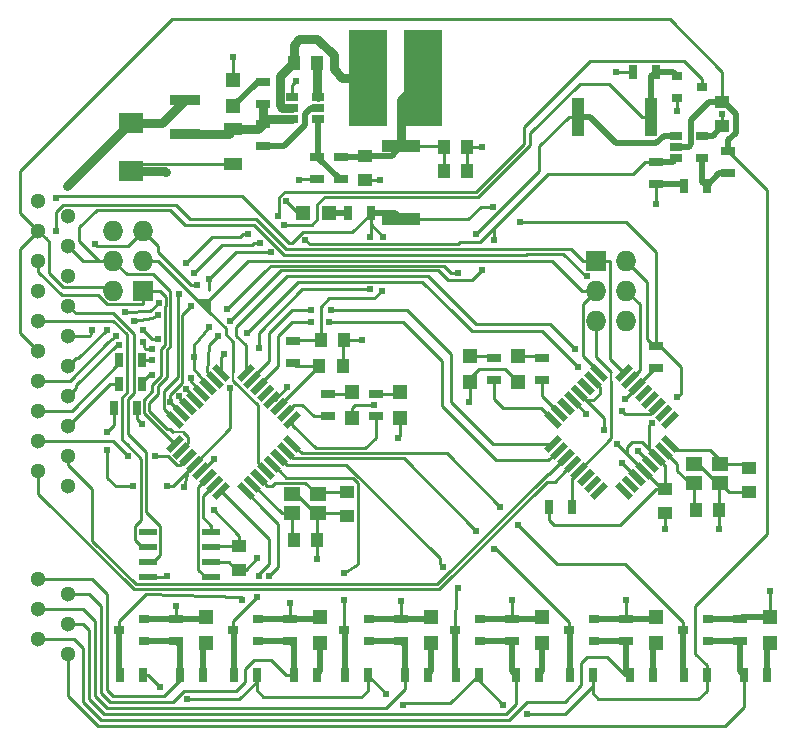
<source format=gtl>
G04 #@! TF.FileFunction,Copper,L1,Top,Signal*
%FSLAX46Y46*%
G04 Gerber Fmt 4.6, Leading zero omitted, Abs format (unit mm)*
G04 Created by KiCad (PCBNEW 4.0.7-e2-6376~58~ubuntu16.04.1) date Sat Mar 31 11:21:19 2018*
%MOMM*%
%LPD*%
G01*
G04 APERTURE LIST*
%ADD10C,0.100000*%
%ADD11R,1.000000X1.250000*%
%ADD12R,1.600000X1.000000*%
%ADD13R,1.250000X1.000000*%
%ADD14R,2.159000X1.778000*%
%ADD15R,1.200000X1.200000*%
%ADD16R,2.500000X0.900000*%
%ADD17C,1.300000*%
%ADD18R,3.300000X8.200000*%
%ADD19R,1.727200X1.727200*%
%ADD20O,1.727200X1.727200*%
%ADD21R,0.900000X0.800000*%
%ADD22R,1.300000X0.700000*%
%ADD23R,0.700000X1.300000*%
%ADD24R,1.000000X3.200000*%
%ADD25R,3.200000X1.000000*%
%ADD26R,1.060000X0.650000*%
%ADD27R,1.550000X0.600000*%
%ADD28R,1.400000X1.200000*%
%ADD29C,0.609600*%
%ADD30C,0.254000*%
%ADD31C,0.762000*%
%ADD32C,0.508000*%
%ADD33C,0.152400*%
G04 APERTURE END LIST*
D10*
G36*
X153596866Y-117660245D02*
X153207957Y-117271336D01*
X154339328Y-116139965D01*
X154728237Y-116528874D01*
X153596866Y-117660245D01*
X153596866Y-117660245D01*
G37*
G36*
X154162552Y-118225930D02*
X153773643Y-117837021D01*
X154905014Y-116705650D01*
X155293923Y-117094559D01*
X154162552Y-118225930D01*
X154162552Y-118225930D01*
G37*
G36*
X154728237Y-118791616D02*
X154339328Y-118402707D01*
X155470699Y-117271336D01*
X155859608Y-117660245D01*
X154728237Y-118791616D01*
X154728237Y-118791616D01*
G37*
G36*
X155293922Y-119357301D02*
X154905013Y-118968392D01*
X156036384Y-117837021D01*
X156425293Y-118225930D01*
X155293922Y-119357301D01*
X155293922Y-119357301D01*
G37*
G36*
X155859608Y-119922987D02*
X155470699Y-119534078D01*
X156602070Y-118402707D01*
X156990979Y-118791616D01*
X155859608Y-119922987D01*
X155859608Y-119922987D01*
G37*
G36*
X156425293Y-120488672D02*
X156036384Y-120099763D01*
X157167755Y-118968392D01*
X157556664Y-119357301D01*
X156425293Y-120488672D01*
X156425293Y-120488672D01*
G37*
G36*
X156990979Y-121054357D02*
X156602070Y-120665448D01*
X157733441Y-119534077D01*
X158122350Y-119922986D01*
X156990979Y-121054357D01*
X156990979Y-121054357D01*
G37*
G36*
X157556664Y-121620043D02*
X157167755Y-121231134D01*
X158299126Y-120099763D01*
X158688035Y-120488672D01*
X157556664Y-121620043D01*
X157556664Y-121620043D01*
G37*
G36*
X160738645Y-121231134D02*
X160349736Y-121620043D01*
X159218365Y-120488672D01*
X159607274Y-120099763D01*
X160738645Y-121231134D01*
X160738645Y-121231134D01*
G37*
G36*
X161304330Y-120665448D02*
X160915421Y-121054357D01*
X159784050Y-119922986D01*
X160172959Y-119534077D01*
X161304330Y-120665448D01*
X161304330Y-120665448D01*
G37*
G36*
X161870016Y-120099763D02*
X161481107Y-120488672D01*
X160349736Y-119357301D01*
X160738645Y-118968392D01*
X161870016Y-120099763D01*
X161870016Y-120099763D01*
G37*
G36*
X162435701Y-119534078D02*
X162046792Y-119922987D01*
X160915421Y-118791616D01*
X161304330Y-118402707D01*
X162435701Y-119534078D01*
X162435701Y-119534078D01*
G37*
G36*
X163001387Y-118968392D02*
X162612478Y-119357301D01*
X161481107Y-118225930D01*
X161870016Y-117837021D01*
X163001387Y-118968392D01*
X163001387Y-118968392D01*
G37*
G36*
X163567072Y-118402707D02*
X163178163Y-118791616D01*
X162046792Y-117660245D01*
X162435701Y-117271336D01*
X163567072Y-118402707D01*
X163567072Y-118402707D01*
G37*
G36*
X164132757Y-117837021D02*
X163743848Y-118225930D01*
X162612477Y-117094559D01*
X163001386Y-116705650D01*
X164132757Y-117837021D01*
X164132757Y-117837021D01*
G37*
G36*
X164698443Y-117271336D02*
X164309534Y-117660245D01*
X163178163Y-116528874D01*
X163567072Y-116139965D01*
X164698443Y-117271336D01*
X164698443Y-117271336D01*
G37*
G36*
X163567072Y-115609635D02*
X163178163Y-115220726D01*
X164309534Y-114089355D01*
X164698443Y-114478264D01*
X163567072Y-115609635D01*
X163567072Y-115609635D01*
G37*
G36*
X163001386Y-115043950D02*
X162612477Y-114655041D01*
X163743848Y-113523670D01*
X164132757Y-113912579D01*
X163001386Y-115043950D01*
X163001386Y-115043950D01*
G37*
G36*
X162435701Y-114478264D02*
X162046792Y-114089355D01*
X163178163Y-112957984D01*
X163567072Y-113346893D01*
X162435701Y-114478264D01*
X162435701Y-114478264D01*
G37*
G36*
X161870016Y-113912579D02*
X161481107Y-113523670D01*
X162612478Y-112392299D01*
X163001387Y-112781208D01*
X161870016Y-113912579D01*
X161870016Y-113912579D01*
G37*
G36*
X161304330Y-113346893D02*
X160915421Y-112957984D01*
X162046792Y-111826613D01*
X162435701Y-112215522D01*
X161304330Y-113346893D01*
X161304330Y-113346893D01*
G37*
G36*
X160738645Y-112781208D02*
X160349736Y-112392299D01*
X161481107Y-111260928D01*
X161870016Y-111649837D01*
X160738645Y-112781208D01*
X160738645Y-112781208D01*
G37*
G36*
X160172959Y-112215523D02*
X159784050Y-111826614D01*
X160915421Y-110695243D01*
X161304330Y-111084152D01*
X160172959Y-112215523D01*
X160172959Y-112215523D01*
G37*
G36*
X159607274Y-111649837D02*
X159218365Y-111260928D01*
X160349736Y-110129557D01*
X160738645Y-110518466D01*
X159607274Y-111649837D01*
X159607274Y-111649837D01*
G37*
G36*
X158688035Y-111260928D02*
X158299126Y-111649837D01*
X157167755Y-110518466D01*
X157556664Y-110129557D01*
X158688035Y-111260928D01*
X158688035Y-111260928D01*
G37*
G36*
X158122350Y-111826614D02*
X157733441Y-112215523D01*
X156602070Y-111084152D01*
X156990979Y-110695243D01*
X158122350Y-111826614D01*
X158122350Y-111826614D01*
G37*
G36*
X157556664Y-112392299D02*
X157167755Y-112781208D01*
X156036384Y-111649837D01*
X156425293Y-111260928D01*
X157556664Y-112392299D01*
X157556664Y-112392299D01*
G37*
G36*
X156990979Y-112957984D02*
X156602070Y-113346893D01*
X155470699Y-112215522D01*
X155859608Y-111826613D01*
X156990979Y-112957984D01*
X156990979Y-112957984D01*
G37*
G36*
X156425293Y-113523670D02*
X156036384Y-113912579D01*
X154905013Y-112781208D01*
X155293922Y-112392299D01*
X156425293Y-113523670D01*
X156425293Y-113523670D01*
G37*
G36*
X155859608Y-114089355D02*
X155470699Y-114478264D01*
X154339328Y-113346893D01*
X154728237Y-112957984D01*
X155859608Y-114089355D01*
X155859608Y-114089355D01*
G37*
G36*
X155293923Y-114655041D02*
X154905014Y-115043950D01*
X153773643Y-113912579D01*
X154162552Y-113523670D01*
X155293923Y-114655041D01*
X155293923Y-114655041D01*
G37*
G36*
X154728237Y-115220726D02*
X154339328Y-115609635D01*
X153207957Y-114478264D01*
X153596866Y-114089355D01*
X154728237Y-115220726D01*
X154728237Y-115220726D01*
G37*
D11*
X166335200Y-108127800D03*
X168335200Y-108127800D03*
X166208200Y-110286800D03*
X168208200Y-110286800D03*
D12*
X158953200Y-90244800D03*
X158953200Y-93244800D03*
D13*
X168605200Y-120970800D03*
X168605200Y-122970800D03*
D11*
X164049200Y-125018800D03*
X166049200Y-125018800D03*
X166049200Y-84632800D03*
X164049200Y-84632800D03*
D13*
X195529200Y-120716800D03*
X195529200Y-122716800D03*
X170129200Y-92522800D03*
X170129200Y-94522800D03*
X202641200Y-118938800D03*
X202641200Y-120938800D03*
X159461200Y-125542800D03*
X159461200Y-127542800D03*
D11*
X198085200Y-122478800D03*
X200085200Y-122478800D03*
D14*
X150317200Y-93776800D03*
X150317200Y-89712800D03*
D15*
X158953200Y-88272800D03*
X158953200Y-86072800D03*
X167081200Y-97332800D03*
X164881200Y-97332800D03*
X156667200Y-133738800D03*
X156667200Y-131538800D03*
X204419200Y-133738800D03*
X204419200Y-131538800D03*
X175717200Y-133738800D03*
X175717200Y-131538800D03*
X185115200Y-133738800D03*
X185115200Y-131538800D03*
X166319200Y-133738800D03*
X166319200Y-131538800D03*
X194767200Y-133738800D03*
X194767200Y-131538800D03*
X183083200Y-109440800D03*
X183083200Y-111640800D03*
X179019200Y-109440800D03*
X179019200Y-111640800D03*
X168986200Y-112488800D03*
X168986200Y-114688800D03*
X173050200Y-112488800D03*
X173050200Y-114688800D03*
D16*
X154889200Y-87754800D03*
X154889200Y-90654800D03*
D17*
X142443200Y-133400800D03*
X142443200Y-130860800D03*
X142443200Y-128320800D03*
X144983200Y-129590800D03*
X144983200Y-132130800D03*
X144983200Y-134670800D03*
X142443200Y-101396800D03*
X142443200Y-98856800D03*
X142443200Y-96316800D03*
X142443200Y-103936800D03*
X144983200Y-97586800D03*
X144983200Y-100126800D03*
X144983200Y-102666800D03*
X144983200Y-105206800D03*
X142443200Y-106476800D03*
X144983200Y-107746800D03*
X142443200Y-109016800D03*
X144983200Y-110286800D03*
X142443200Y-111556800D03*
X144983200Y-112826800D03*
X142443200Y-114096800D03*
X144983200Y-115366800D03*
X142443200Y-116636800D03*
X144983200Y-117906800D03*
X142443200Y-119176800D03*
X144983200Y-120446800D03*
D18*
X170319200Y-85902800D03*
X175019200Y-85902800D03*
D19*
X151333200Y-103936800D03*
D20*
X148793200Y-103936800D03*
X151333200Y-101396800D03*
X148793200Y-101396800D03*
X151333200Y-98856800D03*
X148793200Y-98856800D03*
D19*
X189687200Y-101396800D03*
D20*
X192227200Y-101396800D03*
X189687200Y-103936800D03*
X192227200Y-103936800D03*
X189687200Y-106476800D03*
X192227200Y-106476800D03*
D21*
X196511200Y-85714800D03*
X196511200Y-87614800D03*
X198611200Y-86664800D03*
X151367200Y-133588800D03*
X151367200Y-131688800D03*
X149267200Y-132638800D03*
X199119200Y-133588800D03*
X199119200Y-131688800D03*
X197019200Y-132638800D03*
X170417200Y-133588800D03*
X170417200Y-131688800D03*
X168317200Y-132638800D03*
X179815200Y-133588800D03*
X179815200Y-131688800D03*
X177715200Y-132638800D03*
X161019200Y-133588800D03*
X161019200Y-131688800D03*
X158919200Y-132638800D03*
X189467200Y-133588800D03*
X189467200Y-131688800D03*
X187367200Y-132638800D03*
D22*
X164033200Y-108193800D03*
X164033200Y-110093800D03*
X161493200Y-88122800D03*
X161493200Y-86222800D03*
X194701200Y-94914800D03*
X194701200Y-93014800D03*
X161493200Y-89778800D03*
X161493200Y-91678800D03*
D23*
X148859200Y-113842800D03*
X150759200Y-113842800D03*
D22*
X166065200Y-92572800D03*
X166065200Y-94472800D03*
X168097200Y-94472800D03*
X168097200Y-92572800D03*
D24*
X194311200Y-89204800D03*
X188111200Y-89204800D03*
D23*
X194701200Y-85394800D03*
X192801200Y-85394800D03*
D22*
X200863200Y-93964800D03*
X200863200Y-92064800D03*
D25*
X173177200Y-97892800D03*
X173177200Y-91692800D03*
D23*
X197119200Y-95046800D03*
X199019200Y-95046800D03*
X170571200Y-97332800D03*
X168671200Y-97332800D03*
X154447200Y-136448800D03*
X156347200Y-136448800D03*
X202199200Y-136448800D03*
X204099200Y-136448800D03*
D22*
X154127200Y-133588800D03*
X154127200Y-131688800D03*
X201879200Y-133588800D03*
X201879200Y-131688800D03*
D23*
X151267200Y-136448800D03*
X149367200Y-136448800D03*
X199019200Y-136448800D03*
X197119200Y-136448800D03*
X173497200Y-136448800D03*
X175397200Y-136448800D03*
X182895200Y-136448800D03*
X184795200Y-136448800D03*
D22*
X173177200Y-133588800D03*
X173177200Y-131688800D03*
X182575200Y-133588800D03*
X182575200Y-131688800D03*
D23*
X170317200Y-136448800D03*
X168417200Y-136448800D03*
X179715200Y-136448800D03*
X177815200Y-136448800D03*
X164099200Y-136448800D03*
X165999200Y-136448800D03*
X192547200Y-136448800D03*
X194447200Y-136448800D03*
D22*
X163779200Y-133588800D03*
X163779200Y-131688800D03*
X192227200Y-133588800D03*
X192227200Y-131688800D03*
D23*
X160919200Y-136448800D03*
X159019200Y-136448800D03*
X189367200Y-136448800D03*
X187467200Y-136448800D03*
D22*
X166954200Y-114538800D03*
X166954200Y-112638800D03*
X171018200Y-114538800D03*
X171018200Y-112638800D03*
X185115200Y-111490800D03*
X185115200Y-109590800D03*
X181051200Y-111490800D03*
X181051200Y-109590800D03*
D23*
X185689200Y-122224800D03*
X187589200Y-122224800D03*
D22*
X194767200Y-108574800D03*
X194767200Y-110474800D03*
D23*
X149301200Y-111810800D03*
X151201200Y-111810800D03*
X149301200Y-109778800D03*
X151201200Y-109778800D03*
D26*
X196461200Y-90794800D03*
X196461200Y-91744800D03*
X196461200Y-92694800D03*
X198661200Y-92694800D03*
X198661200Y-90794800D03*
X163949200Y-87492800D03*
X163949200Y-88442800D03*
X163949200Y-89392800D03*
X166149200Y-89392800D03*
X166149200Y-87492800D03*
X166149200Y-88442800D03*
D10*
G36*
X192742645Y-121231134D02*
X192353736Y-121620043D01*
X191222365Y-120488672D01*
X191611274Y-120099763D01*
X192742645Y-121231134D01*
X192742645Y-121231134D01*
G37*
G36*
X193308330Y-120665448D02*
X192919421Y-121054357D01*
X191788050Y-119922986D01*
X192176959Y-119534077D01*
X193308330Y-120665448D01*
X193308330Y-120665448D01*
G37*
G36*
X193874016Y-120099763D02*
X193485107Y-120488672D01*
X192353736Y-119357301D01*
X192742645Y-118968392D01*
X193874016Y-120099763D01*
X193874016Y-120099763D01*
G37*
G36*
X194439701Y-119534078D02*
X194050792Y-119922987D01*
X192919421Y-118791616D01*
X193308330Y-118402707D01*
X194439701Y-119534078D01*
X194439701Y-119534078D01*
G37*
G36*
X195005387Y-118968392D02*
X194616478Y-119357301D01*
X193485107Y-118225930D01*
X193874016Y-117837021D01*
X195005387Y-118968392D01*
X195005387Y-118968392D01*
G37*
G36*
X195571072Y-118402707D02*
X195182163Y-118791616D01*
X194050792Y-117660245D01*
X194439701Y-117271336D01*
X195571072Y-118402707D01*
X195571072Y-118402707D01*
G37*
G36*
X196136757Y-117837021D02*
X195747848Y-118225930D01*
X194616477Y-117094559D01*
X195005386Y-116705650D01*
X196136757Y-117837021D01*
X196136757Y-117837021D01*
G37*
G36*
X196702443Y-117271336D02*
X196313534Y-117660245D01*
X195182163Y-116528874D01*
X195571072Y-116139965D01*
X196702443Y-117271336D01*
X196702443Y-117271336D01*
G37*
G36*
X196313534Y-114089355D02*
X196702443Y-114478264D01*
X195571072Y-115609635D01*
X195182163Y-115220726D01*
X196313534Y-114089355D01*
X196313534Y-114089355D01*
G37*
G36*
X195747848Y-113523670D02*
X196136757Y-113912579D01*
X195005386Y-115043950D01*
X194616477Y-114655041D01*
X195747848Y-113523670D01*
X195747848Y-113523670D01*
G37*
G36*
X195182163Y-112957984D02*
X195571072Y-113346893D01*
X194439701Y-114478264D01*
X194050792Y-114089355D01*
X195182163Y-112957984D01*
X195182163Y-112957984D01*
G37*
G36*
X194616478Y-112392299D02*
X195005387Y-112781208D01*
X193874016Y-113912579D01*
X193485107Y-113523670D01*
X194616478Y-112392299D01*
X194616478Y-112392299D01*
G37*
G36*
X194050792Y-111826613D02*
X194439701Y-112215522D01*
X193308330Y-113346893D01*
X192919421Y-112957984D01*
X194050792Y-111826613D01*
X194050792Y-111826613D01*
G37*
G36*
X193485107Y-111260928D02*
X193874016Y-111649837D01*
X192742645Y-112781208D01*
X192353736Y-112392299D01*
X193485107Y-111260928D01*
X193485107Y-111260928D01*
G37*
G36*
X192919421Y-110695243D02*
X193308330Y-111084152D01*
X192176959Y-112215523D01*
X191788050Y-111826614D01*
X192919421Y-110695243D01*
X192919421Y-110695243D01*
G37*
G36*
X192353736Y-110129557D02*
X192742645Y-110518466D01*
X191611274Y-111649837D01*
X191222365Y-111260928D01*
X192353736Y-110129557D01*
X192353736Y-110129557D01*
G37*
G36*
X190692035Y-111260928D02*
X190303126Y-111649837D01*
X189171755Y-110518466D01*
X189560664Y-110129557D01*
X190692035Y-111260928D01*
X190692035Y-111260928D01*
G37*
G36*
X190126350Y-111826614D02*
X189737441Y-112215523D01*
X188606070Y-111084152D01*
X188994979Y-110695243D01*
X190126350Y-111826614D01*
X190126350Y-111826614D01*
G37*
G36*
X189560664Y-112392299D02*
X189171755Y-112781208D01*
X188040384Y-111649837D01*
X188429293Y-111260928D01*
X189560664Y-112392299D01*
X189560664Y-112392299D01*
G37*
G36*
X188994979Y-112957984D02*
X188606070Y-113346893D01*
X187474699Y-112215522D01*
X187863608Y-111826613D01*
X188994979Y-112957984D01*
X188994979Y-112957984D01*
G37*
G36*
X188429293Y-113523670D02*
X188040384Y-113912579D01*
X186909013Y-112781208D01*
X187297922Y-112392299D01*
X188429293Y-113523670D01*
X188429293Y-113523670D01*
G37*
G36*
X187863608Y-114089355D02*
X187474699Y-114478264D01*
X186343328Y-113346893D01*
X186732237Y-112957984D01*
X187863608Y-114089355D01*
X187863608Y-114089355D01*
G37*
G36*
X187297923Y-114655041D02*
X186909014Y-115043950D01*
X185777643Y-113912579D01*
X186166552Y-113523670D01*
X187297923Y-114655041D01*
X187297923Y-114655041D01*
G37*
G36*
X186732237Y-115220726D02*
X186343328Y-115609635D01*
X185211957Y-114478264D01*
X185600866Y-114089355D01*
X186732237Y-115220726D01*
X186732237Y-115220726D01*
G37*
G36*
X186343328Y-116139965D02*
X186732237Y-116528874D01*
X185600866Y-117660245D01*
X185211957Y-117271336D01*
X186343328Y-116139965D01*
X186343328Y-116139965D01*
G37*
G36*
X186909014Y-116705650D02*
X187297923Y-117094559D01*
X186166552Y-118225930D01*
X185777643Y-117837021D01*
X186909014Y-116705650D01*
X186909014Y-116705650D01*
G37*
G36*
X187474699Y-117271336D02*
X187863608Y-117660245D01*
X186732237Y-118791616D01*
X186343328Y-118402707D01*
X187474699Y-117271336D01*
X187474699Y-117271336D01*
G37*
G36*
X188040384Y-117837021D02*
X188429293Y-118225930D01*
X187297922Y-119357301D01*
X186909013Y-118968392D01*
X188040384Y-117837021D01*
X188040384Y-117837021D01*
G37*
G36*
X188606070Y-118402707D02*
X188994979Y-118791616D01*
X187863608Y-119922987D01*
X187474699Y-119534078D01*
X188606070Y-118402707D01*
X188606070Y-118402707D01*
G37*
G36*
X189171755Y-118968392D02*
X189560664Y-119357301D01*
X188429293Y-120488672D01*
X188040384Y-120099763D01*
X189171755Y-118968392D01*
X189171755Y-118968392D01*
G37*
G36*
X189737441Y-119534077D02*
X190126350Y-119922986D01*
X188994979Y-121054357D01*
X188606070Y-120665448D01*
X189737441Y-119534077D01*
X189737441Y-119534077D01*
G37*
G36*
X190303126Y-120099763D02*
X190692035Y-120488672D01*
X189560664Y-121620043D01*
X189171755Y-121231134D01*
X190303126Y-120099763D01*
X190303126Y-120099763D01*
G37*
D27*
X157081200Y-128193800D03*
X157081200Y-126923800D03*
X157081200Y-125653800D03*
X157081200Y-124383800D03*
X151681200Y-124383800D03*
X151681200Y-125653800D03*
X151681200Y-126923800D03*
X151681200Y-128193800D03*
D28*
X166149200Y-121170800D03*
X163949200Y-121170800D03*
X163949200Y-122770800D03*
X166149200Y-122770800D03*
X200185200Y-118630800D03*
X197985200Y-118630800D03*
X197985200Y-120230800D03*
X200185200Y-120230800D03*
D13*
X200355200Y-87950800D03*
X200355200Y-89950800D03*
D11*
X176749200Y-91744800D03*
X178749200Y-91744800D03*
X176749200Y-93776800D03*
X178749200Y-93776800D03*
D29*
X171399200Y-94538800D03*
X164541200Y-94538800D03*
X170891200Y-113588800D03*
X169875200Y-108127800D03*
X172923200Y-116382800D03*
X153365200Y-128066800D03*
X158953200Y-84124800D03*
X188798200Y-114350800D03*
X191846200Y-118541800D03*
X163525200Y-112064800D03*
X178892200Y-113334800D03*
X166065200Y-126669800D03*
X160985200Y-126542800D03*
X157302200Y-118160800D03*
X154127200Y-130606800D03*
X163779200Y-130352800D03*
X173177200Y-130225800D03*
X182575200Y-130098800D03*
X192227200Y-130098800D03*
X204419200Y-129336800D03*
X200101200Y-124129800D03*
X195529200Y-124129800D03*
X193243200Y-117525800D03*
X194767200Y-96570800D03*
X200355200Y-88950800D03*
X196545200Y-88696800D03*
X191338200Y-85394800D03*
X180035200Y-91744800D03*
X163398200Y-96316800D03*
X164287200Y-86156800D03*
X153238200Y-93903800D03*
X171526200Y-103936800D03*
X171653200Y-99364800D03*
X170510200Y-103809800D03*
X170510200Y-99364800D03*
X143967200Y-96062800D03*
X148285200Y-117398800D03*
X148285200Y-115874800D03*
X190322200Y-115747800D03*
X191465200Y-116890800D03*
X180924200Y-96824800D03*
X183210200Y-98094800D03*
X196545200Y-112953800D03*
X194386200Y-115112800D03*
X154762200Y-120573800D03*
X157302200Y-122478800D03*
X153365200Y-120446800D03*
X150444200Y-120446800D03*
X158699200Y-112191800D03*
X161112200Y-108762800D03*
X173304200Y-138988800D03*
X171907200Y-138099800D03*
X152730200Y-137464800D03*
X155016200Y-138480800D03*
X181813200Y-138988800D03*
X183845200Y-139750800D03*
X144856200Y-95046800D03*
X143967200Y-98856800D03*
X188925200Y-102717602D03*
X156889108Y-102952892D03*
X180035200Y-102158800D03*
X181051200Y-99618800D03*
X165049200Y-99618800D03*
X162128200Y-100634800D03*
X152603200Y-105968800D03*
X150571200Y-106476800D03*
X148285200Y-107238800D03*
X158699200Y-106476800D03*
X157683200Y-107746800D03*
X161239200Y-99872800D03*
X155651200Y-102412800D03*
X154381200Y-104190800D03*
X163271200Y-98348800D03*
X159715200Y-130098800D03*
X161112200Y-128066800D03*
X162001200Y-128066800D03*
X160985200Y-129844800D03*
X168351200Y-127812800D03*
X168351200Y-130098800D03*
X176733200Y-127304800D03*
X178003200Y-129082800D03*
X179527200Y-124256800D03*
X181051200Y-125780800D03*
X181559200Y-122224800D03*
X183083200Y-123748800D03*
X155905200Y-103428800D03*
X155397200Y-105206800D03*
X153619200Y-113334800D03*
X147269200Y-99999800D03*
X151206200Y-115239800D03*
X160223200Y-99110800D03*
X162763200Y-97586800D03*
X152624891Y-104960934D03*
X149809200Y-105714800D03*
X147015200Y-107238800D03*
X154917661Y-101615076D03*
X179527200Y-99110800D03*
X178003200Y-102412800D03*
X158445200Y-105460800D03*
X156921200Y-106984800D03*
X155651200Y-109524800D03*
X152603200Y-108000800D03*
X151333200Y-107238800D03*
X149047200Y-107746800D03*
X150063200Y-117906800D03*
X152349200Y-117906800D03*
X152095200Y-108839001D03*
X155397200Y-111302800D03*
X151333200Y-108254800D03*
X149301200Y-108508800D03*
X152095200Y-109778800D03*
X154920017Y-112287983D03*
X165557200Y-106603800D03*
X167081200Y-106603800D03*
X187909200Y-108889800D03*
X192100200Y-113080800D03*
X158191200Y-109270800D03*
X160096200Y-107492800D03*
X191846200Y-114096800D03*
X188163200Y-110413800D03*
X165557200Y-105587800D03*
X167208200Y-105587800D03*
X152095200Y-111048800D03*
X154381200Y-112826800D03*
D30*
X170129200Y-94522800D02*
X171383200Y-94522800D01*
X171383200Y-94522800D02*
X171399200Y-94538800D01*
X166065200Y-94472800D02*
X164607200Y-94472800D01*
X164607200Y-94472800D02*
X164541200Y-94538800D01*
D31*
X150317200Y-93776800D02*
X153111200Y-93776800D01*
X153111200Y-93776800D02*
X153238200Y-93903800D01*
D30*
X168986200Y-114688800D02*
X168986200Y-113834800D01*
X168986200Y-113834800D02*
X169232200Y-113588800D01*
X169232200Y-113588800D02*
X170891200Y-113588800D01*
X168335200Y-108127800D02*
X169875200Y-108127800D01*
X168208200Y-110286800D02*
X168208200Y-108254800D01*
X168208200Y-108254800D02*
X168335200Y-108127800D01*
X173050200Y-114688800D02*
X173050200Y-116255800D01*
X173050200Y-116255800D02*
X172923200Y-116382800D01*
X151681200Y-128193800D02*
X153238200Y-128193800D01*
X153238200Y-128193800D02*
X153365200Y-128066800D01*
X158953200Y-86072800D02*
X158953200Y-84124800D01*
X187669153Y-113152439D02*
X187669153Y-113221753D01*
X187669153Y-113221753D02*
X188798200Y-114350800D01*
X193113876Y-119728532D02*
X193032932Y-119728532D01*
X193032932Y-119728532D02*
X191846200Y-118541800D01*
X162241247Y-113152439D02*
X162437561Y-113152439D01*
X162437561Y-113152439D02*
X163525200Y-112064800D01*
X179019200Y-111640800D02*
X179019200Y-113207800D01*
X179019200Y-113207800D02*
X178892200Y-113334800D01*
X166049200Y-125018800D02*
X166049200Y-126653800D01*
X166049200Y-126653800D02*
X166065200Y-126669800D01*
X159461200Y-127542800D02*
X159985200Y-127542800D01*
X159985200Y-127542800D02*
X160985200Y-126542800D01*
X156230839Y-119162847D02*
X156300153Y-119162847D01*
X156300153Y-119162847D02*
X157302200Y-118160800D01*
X154127200Y-131688800D02*
X154127200Y-130606800D01*
X163779200Y-131688800D02*
X163779200Y-130352800D01*
X173177200Y-131688800D02*
X173177200Y-130225800D01*
X182575200Y-131688800D02*
X182575200Y-130098800D01*
X192227200Y-131688800D02*
X192227200Y-130098800D01*
X204419200Y-131538800D02*
X204419200Y-129336800D01*
X200085200Y-122478800D02*
X200085200Y-124113800D01*
X200085200Y-124113800D02*
X200101200Y-124129800D01*
X195529200Y-122716800D02*
X195529200Y-124129800D01*
X194245247Y-118597161D02*
X194245247Y-118527847D01*
X194245247Y-118527847D02*
X193243200Y-117525800D01*
X194701200Y-94914800D02*
X194701200Y-96504800D01*
X194701200Y-96504800D02*
X194767200Y-96570800D01*
X200355200Y-89950800D02*
X200355200Y-88950800D01*
X196511200Y-87614800D02*
X196511200Y-88662800D01*
X196511200Y-88662800D02*
X196545200Y-88696800D01*
X192801200Y-85394800D02*
X191338200Y-85394800D01*
X178749200Y-91744800D02*
X180035200Y-91744800D01*
X164881200Y-97332800D02*
X164414200Y-97332800D01*
X164414200Y-97332800D02*
X163398200Y-96316800D01*
X163949200Y-87492800D02*
X163949200Y-86494800D01*
X163949200Y-86494800D02*
X164287200Y-86156800D01*
X158953200Y-93244800D02*
X150849200Y-93244800D01*
X150849200Y-93244800D02*
X150317200Y-93776800D01*
X168986200Y-114688800D02*
X169156200Y-114688800D01*
X200085200Y-122478800D02*
X200085200Y-120330800D01*
X200085200Y-120330800D02*
X200185200Y-120230800D01*
X202641200Y-120938800D02*
X200893200Y-120938800D01*
X200893200Y-120938800D02*
X200185200Y-120230800D01*
X197985200Y-118630800D02*
X198285200Y-118630800D01*
X198285200Y-118630800D02*
X199885200Y-120230800D01*
X199885200Y-120230800D02*
X200185200Y-120230800D01*
X179019200Y-111640800D02*
X179019200Y-111302800D01*
X179019200Y-111302800D02*
X179781200Y-110540800D01*
X179781200Y-110540800D02*
X181983200Y-110540800D01*
X181983200Y-110540800D02*
X183083200Y-111640800D01*
X159461200Y-127542800D02*
X159191200Y-127542800D01*
X159191200Y-127542800D02*
X158572200Y-126923800D01*
X158572200Y-126923800D02*
X157081200Y-126923800D01*
X163949200Y-121170800D02*
X164249200Y-121170800D01*
X164249200Y-121170800D02*
X165849200Y-122770800D01*
X165849200Y-122770800D02*
X166149200Y-122770800D01*
X166149200Y-122770800D02*
X168405200Y-122770800D01*
X168405200Y-122770800D02*
X168605200Y-122970800D01*
X166049200Y-125018800D02*
X166049200Y-122870800D01*
X166049200Y-122870800D02*
X166149200Y-122770800D01*
X178749200Y-91744800D02*
X178749200Y-93776800D01*
D32*
X154127200Y-131688800D02*
X156517200Y-131688800D01*
X156517200Y-131688800D02*
X156667200Y-131538800D01*
X151367200Y-131688800D02*
X154127200Y-131688800D01*
X173177200Y-131688800D02*
X175567200Y-131688800D01*
X175567200Y-131688800D02*
X175717200Y-131538800D01*
X170417200Y-131688800D02*
X173177200Y-131688800D01*
X163779200Y-131688800D02*
X166169200Y-131688800D01*
X166169200Y-131688800D02*
X166319200Y-131538800D01*
X161019200Y-131688800D02*
X163779200Y-131688800D01*
X192227200Y-131688800D02*
X194617200Y-131688800D01*
X194617200Y-131688800D02*
X194767200Y-131538800D01*
X189467200Y-131688800D02*
X192227200Y-131688800D01*
X182575200Y-131688800D02*
X184965200Y-131688800D01*
X184965200Y-131688800D02*
X185115200Y-131538800D01*
X179815200Y-131688800D02*
X182575200Y-131688800D01*
X199119200Y-131688800D02*
X201879200Y-131688800D01*
X204419200Y-131538800D02*
X202029200Y-131538800D01*
X202029200Y-131538800D02*
X201879200Y-131688800D01*
X166065200Y-94472800D02*
X166365200Y-94472800D01*
X170004200Y-94522800D02*
X170129200Y-94522800D01*
X194701200Y-94914800D02*
X196987200Y-94914800D01*
X196987200Y-94914800D02*
X197119200Y-95046800D01*
X198661200Y-90794800D02*
X199511200Y-90794800D01*
X199511200Y-90794800D02*
X200355200Y-89950800D01*
D30*
X166208200Y-110286800D02*
X164226200Y-110286800D01*
X164226200Y-110286800D02*
X164033200Y-110093800D01*
X162806932Y-113718124D02*
X162806932Y-113688068D01*
X162806932Y-113688068D02*
X166208200Y-110286800D01*
D31*
X163949200Y-89392800D02*
X161879200Y-89392800D01*
D32*
X161879200Y-89392800D02*
X161493200Y-89778800D01*
D31*
X161493200Y-89778800D02*
X161493200Y-88122800D01*
X158953200Y-90244800D02*
X161027200Y-90244800D01*
X161027200Y-90244800D02*
X161493200Y-89778800D01*
X154889200Y-90654800D02*
X158543200Y-90654800D01*
X158543200Y-90654800D02*
X158953200Y-90244800D01*
D30*
X166149200Y-121170800D02*
X166027200Y-121170800D01*
X166027200Y-121170800D02*
X165049200Y-120192800D01*
X161828144Y-120446800D02*
X161109876Y-119728532D01*
X162255200Y-120446800D02*
X161828144Y-120446800D01*
X162509200Y-120192800D02*
X162255200Y-120446800D01*
X165049200Y-120192800D02*
X162509200Y-120192800D01*
X168605200Y-120970800D02*
X166349200Y-120970800D01*
X166349200Y-120970800D02*
X166149200Y-121170800D01*
X163949200Y-122770800D02*
X163020773Y-122770800D01*
X163020773Y-122770800D02*
X160544190Y-120294217D01*
X163949200Y-122770800D02*
X163949200Y-124918800D01*
X163949200Y-124918800D02*
X164049200Y-125018800D01*
D31*
X166049200Y-84632800D02*
X166049200Y-87392800D01*
X166049200Y-87392800D02*
X166149200Y-87492800D01*
X167462200Y-85203800D02*
X167462200Y-83997800D01*
X167462200Y-83997800D02*
X166065200Y-82600800D01*
X170319200Y-85902800D02*
X168161200Y-85902800D01*
X168161200Y-85902800D02*
X167462200Y-85203800D01*
X166065200Y-82600800D02*
X164541200Y-82600800D01*
X164049200Y-83092800D02*
X164049200Y-84632800D01*
X164541200Y-82600800D02*
X164049200Y-83092800D01*
X164049200Y-84632800D02*
X164033200Y-84632800D01*
X164033200Y-84632800D02*
X162885799Y-85780201D01*
X163084078Y-88442800D02*
X163949200Y-88442800D01*
X162885799Y-85780201D02*
X162885799Y-88244521D01*
X162885799Y-88244521D02*
X163084078Y-88442800D01*
D30*
X170571200Y-97332800D02*
X170571200Y-97398800D01*
X170571200Y-97398800D02*
X168986200Y-98983800D01*
X168986200Y-98983800D02*
X164819582Y-98983800D01*
X164819582Y-98983800D02*
X163930582Y-99872800D01*
X163930582Y-99872800D02*
X163652200Y-99872800D01*
X163652200Y-99872800D02*
X159715200Y-95935800D01*
X159715200Y-95935800D02*
X144094200Y-95935800D01*
X144094200Y-95935800D02*
X143967200Y-96062800D01*
X142443200Y-98856800D02*
X140919200Y-97332800D01*
X140919200Y-97332800D02*
X140919200Y-93776800D01*
X142443200Y-109016800D02*
X140919200Y-107492800D01*
X140919200Y-107492800D02*
X140919200Y-100380800D01*
X141793201Y-99506799D02*
X142443200Y-98856800D01*
X140919200Y-100380800D02*
X141793201Y-99506799D01*
X161112200Y-108762800D02*
X161112200Y-107492800D01*
X164795200Y-103809800D02*
X166192200Y-103809800D01*
X161112200Y-107492800D02*
X164795200Y-103809800D01*
X166335200Y-108127800D02*
X166335200Y-105317800D01*
X170891200Y-104571800D02*
X171526200Y-103936800D01*
X167081200Y-104571800D02*
X170891200Y-104571800D01*
X166335200Y-105317800D02*
X167081200Y-104571800D01*
X170571200Y-97332800D02*
X170571200Y-98282800D01*
X170571200Y-98282800D02*
X171653200Y-99364800D01*
X166335200Y-108127800D02*
X164099200Y-108127800D01*
X164099200Y-108127800D02*
X164033200Y-108193800D01*
X170510200Y-103809800D02*
X166192200Y-103809800D01*
X170571200Y-97332800D02*
X170571200Y-99303800D01*
X170571200Y-99303800D02*
X170510200Y-99364800D01*
X150444200Y-120446800D02*
X148981200Y-120446800D01*
X148981200Y-120446800D02*
X148285200Y-119750800D01*
X158699200Y-112191800D02*
X158699200Y-115563114D01*
X158699200Y-115563114D02*
X155665153Y-118597161D01*
X193679561Y-119162847D02*
X192296514Y-117779800D01*
X192296514Y-117779800D02*
X191465200Y-116948486D01*
X192735200Y-116763800D02*
X192296514Y-117202486D01*
X192296514Y-117202486D02*
X192296514Y-117779800D01*
X193543256Y-116763800D02*
X192735200Y-116763800D01*
X194810932Y-118031476D02*
X193543256Y-116763800D01*
X194767200Y-108574800D02*
X194579200Y-108574800D01*
X194579200Y-108574800D02*
X194005200Y-108000800D01*
X194005200Y-103174800D02*
X192227200Y-101396800D01*
X194005200Y-108000800D02*
X194005200Y-103174800D01*
X148285200Y-119750800D02*
X148285200Y-117398800D01*
X148285200Y-115874800D02*
X148859200Y-115300800D01*
X148859200Y-115300800D02*
X148859200Y-113842800D01*
X190322200Y-115747800D02*
X190322200Y-114674114D01*
X190322200Y-114674114D02*
X188234839Y-112586753D01*
X191465200Y-116948486D02*
X191465200Y-116890800D01*
X190002605Y-112638395D02*
X189417852Y-113223148D01*
X189417852Y-113223148D02*
X188871234Y-113223148D01*
X188871234Y-113223148D02*
X188234839Y-112586753D01*
X189366210Y-111455383D02*
X190002605Y-112091778D01*
X190002605Y-112091778D02*
X190002605Y-112638395D01*
X194174537Y-117395081D02*
X194810932Y-118031476D01*
X193679561Y-119162847D02*
X192989200Y-118472486D01*
X179908200Y-96824800D02*
X178840200Y-97892800D01*
X178840200Y-97892800D02*
X173177200Y-97892800D01*
X180924200Y-96824800D02*
X179908200Y-96824800D01*
X194767200Y-100634800D02*
X192227200Y-98094800D01*
X192227200Y-98094800D02*
X183210200Y-98094800D01*
X194767200Y-108574800D02*
X194767200Y-100634800D01*
X196545200Y-112953800D02*
X196849999Y-112649001D01*
X196849999Y-112649001D02*
X196849999Y-110357599D01*
X196849999Y-110357599D02*
X195067200Y-108574800D01*
X195067200Y-108574800D02*
X194767200Y-108574800D01*
X194174537Y-117395081D02*
X194174537Y-115324463D01*
X194174537Y-115324463D02*
X194386200Y-115112800D01*
X154762200Y-120573800D02*
X155143200Y-119119114D01*
X155143200Y-119119114D02*
X155665153Y-118597161D01*
X159461200Y-125542800D02*
X159461200Y-124720045D01*
X159461200Y-124720045D02*
X157302200Y-122478800D01*
X153815514Y-120446800D02*
X153365200Y-120446800D01*
X155665153Y-118597161D02*
X153815514Y-120446800D01*
X185689200Y-122224800D02*
X185689200Y-123306800D01*
X194751200Y-120716800D02*
X195529200Y-120716800D01*
X191719200Y-123748800D02*
X194751200Y-120716800D01*
X186131200Y-123748800D02*
X191719200Y-123748800D01*
X185689200Y-123306800D02*
X186131200Y-123748800D01*
X148793200Y-103936800D02*
X148452601Y-103596201D01*
X148452601Y-103596201D02*
X144537087Y-103596201D01*
X143372601Y-99786201D02*
X143093199Y-99506799D01*
X144537087Y-103596201D02*
X143372601Y-102431715D01*
X143093199Y-99506799D02*
X142443200Y-98856800D01*
X143372601Y-102431715D02*
X143372601Y-99786201D01*
X195529200Y-120716800D02*
X195529200Y-118749744D01*
X195529200Y-118749744D02*
X194810932Y-118031476D01*
X195529200Y-120716800D02*
X195233514Y-120716800D01*
X195233514Y-120716800D02*
X193679561Y-119162847D01*
X159461200Y-125542800D02*
X157192200Y-125542800D01*
X157192200Y-125542800D02*
X157081200Y-125653800D01*
D32*
X170571200Y-97332800D02*
X172617200Y-97332800D01*
X172617200Y-97332800D02*
X173177200Y-97892800D01*
D30*
X142443200Y-109016800D02*
X142443200Y-108635800D01*
X140919200Y-93776800D02*
X153746200Y-80949800D01*
X153746200Y-80949800D02*
X195910200Y-80949800D01*
X195910200Y-80949800D02*
X200355200Y-85394800D01*
X200355200Y-85394800D02*
X200355200Y-87950800D01*
X199019200Y-136448800D02*
X199019200Y-135620800D01*
X204165200Y-95366800D02*
X200863200Y-92064800D01*
X204165200Y-124510800D02*
X204165200Y-95366800D01*
X198069200Y-130606800D02*
X204165200Y-124510800D01*
X198069200Y-134670800D02*
X198069200Y-130606800D01*
X199019200Y-135620800D02*
X198069200Y-134670800D01*
X170317200Y-136448800D02*
X170317200Y-136509800D01*
X170317200Y-136509800D02*
X171907200Y-138099800D01*
X177302200Y-138861800D02*
X179715200Y-136448800D01*
X173431200Y-138861800D02*
X177302200Y-138861800D01*
X173304200Y-138988800D02*
X173431200Y-138861800D01*
X160919200Y-136448800D02*
X160919200Y-137022800D01*
X160919200Y-137022800D02*
X159461200Y-138480800D01*
X151714200Y-136448800D02*
X151267200Y-136448800D01*
X152730200Y-137464800D02*
X151714200Y-136448800D01*
X159461200Y-138480800D02*
X155016200Y-138480800D01*
X189367200Y-136448800D02*
X189367200Y-137403800D01*
X181813200Y-138988800D02*
X179715200Y-136890800D01*
X187020200Y-139750800D02*
X183845200Y-139750800D01*
X189367200Y-137403800D02*
X187020200Y-139750800D01*
X179715200Y-136890800D02*
X179715200Y-136448800D01*
X189367200Y-136448800D02*
X189367200Y-138033800D01*
X199019200Y-137784800D02*
X199019200Y-136448800D01*
X198323200Y-138480800D02*
X199019200Y-137784800D01*
X189814200Y-138480800D02*
X198323200Y-138480800D01*
X189367200Y-138033800D02*
X189814200Y-138480800D01*
X160919200Y-136448800D02*
X160919200Y-137779800D01*
X170317200Y-137784800D02*
X170317200Y-136448800D01*
X169748200Y-138353800D02*
X170317200Y-137784800D01*
X161493200Y-138353800D02*
X169748200Y-138353800D01*
X160919200Y-137779800D02*
X161493200Y-138353800D01*
D32*
X200863200Y-92064800D02*
X200863200Y-91206800D01*
X201488200Y-88958800D02*
X200480200Y-87950800D01*
X201488200Y-90581800D02*
X201488200Y-88958800D01*
X200863200Y-91206800D02*
X201488200Y-90581800D01*
X200480200Y-87950800D02*
X200355200Y-87950800D01*
X200355200Y-87950800D02*
X199222200Y-87950800D01*
X199222200Y-87950800D02*
X197724799Y-89448201D01*
X197724799Y-89448201D02*
X197724799Y-91519201D01*
X197724799Y-91519201D02*
X197499200Y-91744800D01*
X197499200Y-91744800D02*
X196461200Y-91744800D01*
D31*
X144856200Y-95046800D02*
X150190200Y-89712800D01*
X150190200Y-89712800D02*
X150317200Y-89712800D01*
X150317200Y-89712800D02*
X152931200Y-89712800D01*
X152931200Y-89712800D02*
X154889200Y-87754800D01*
D32*
X161493200Y-86222800D02*
X161003200Y-86222800D01*
X161003200Y-86222800D02*
X158953200Y-88272800D01*
X168671200Y-97332800D02*
X167081200Y-97332800D01*
X156347200Y-136448800D02*
X156347200Y-134058800D01*
X156347200Y-134058800D02*
X156667200Y-133738800D01*
D30*
X156347200Y-134058800D02*
X156667200Y-133738800D01*
D32*
X204099200Y-136448800D02*
X204099200Y-134058800D01*
X204099200Y-134058800D02*
X204419200Y-133738800D01*
X175717200Y-133738800D02*
X175717200Y-136128800D01*
X175717200Y-136128800D02*
X175397200Y-136448800D01*
X185115200Y-133738800D02*
X185115200Y-136128800D01*
X185115200Y-136128800D02*
X184795200Y-136448800D01*
X166319200Y-133738800D02*
X166319200Y-136128800D01*
X166319200Y-136128800D02*
X165999200Y-136448800D01*
X194447200Y-136448800D02*
X194447200Y-134058800D01*
X194447200Y-134058800D02*
X194767200Y-133738800D01*
D30*
X183083200Y-109440800D02*
X184965200Y-109440800D01*
X184965200Y-109440800D02*
X185115200Y-109590800D01*
X179019200Y-109440800D02*
X180901200Y-109440800D01*
X180901200Y-109440800D02*
X181051200Y-109590800D01*
X151388601Y-113152399D02*
X152095200Y-112445800D01*
X152095200Y-112445800D02*
X152095200Y-111913418D01*
X153968097Y-116900105D02*
X151388601Y-114320609D01*
X152450800Y-103936800D02*
X151333200Y-103936800D01*
X151388601Y-114320609D02*
X151388601Y-113152399D01*
X152095200Y-111913418D02*
X152857200Y-111151418D01*
X152857200Y-111151418D02*
X152857200Y-108839001D01*
X152857200Y-108839001D02*
X153187401Y-108508800D01*
X153187401Y-108508800D02*
X153187401Y-105263042D01*
X153187401Y-105263042D02*
X153209092Y-105241351D01*
X153209092Y-105241351D02*
X153209092Y-104440074D01*
X153209092Y-104440074D02*
X152705818Y-103936800D01*
X152705818Y-103936800D02*
X152450800Y-103936800D01*
X143967200Y-98856800D02*
X143967200Y-97265116D01*
X143967200Y-97265116D02*
X143948285Y-97246201D01*
X143948285Y-97246201D02*
X144537087Y-96657399D01*
X164414200Y-100405086D02*
X163422486Y-100405086D01*
X163422486Y-100405086D02*
X160858200Y-97840800D01*
X153619200Y-96657399D02*
X154112201Y-96657399D01*
X144537087Y-96657399D02*
X153619200Y-96657399D01*
X154112201Y-96657399D02*
X155295602Y-97840800D01*
X155295602Y-97840800D02*
X160858200Y-97840800D01*
X187553600Y-100380800D02*
X188569600Y-101396800D01*
X164414200Y-100405086D02*
X170915486Y-100405086D01*
X170915486Y-100405086D02*
X170939772Y-100380800D01*
X170939772Y-100380800D02*
X187553600Y-100380800D01*
X188569600Y-101396800D02*
X189687200Y-101396800D01*
X191982505Y-110889697D02*
X190830201Y-109737393D01*
X190830201Y-109737393D02*
X190830201Y-101422201D01*
X190830201Y-101422201D02*
X190804800Y-101396800D01*
X190804800Y-101396800D02*
X189687200Y-101396800D01*
X151333200Y-105054400D02*
X151333200Y-103936800D01*
X142443200Y-101396800D02*
X142443200Y-102316038D01*
X142443200Y-102316038D02*
X144404561Y-104277399D01*
X144404561Y-104277399D02*
X147442157Y-104277399D01*
X147442157Y-104277399D02*
X148244559Y-105079801D01*
X151307799Y-105079801D02*
X151333200Y-105054400D01*
X148244559Y-105079801D02*
X151307799Y-105079801D01*
X153873200Y-115874800D02*
X153619200Y-115620800D01*
X153365200Y-108905751D02*
X153593811Y-108677140D01*
X153619200Y-115620800D02*
X153365200Y-115620800D01*
X153365200Y-115620800D02*
X151841200Y-114096800D01*
X151841200Y-114096800D02*
X151841200Y-113461800D01*
X153593811Y-105968800D02*
X153619200Y-105943411D01*
X151841200Y-113461800D02*
X152603200Y-112699800D01*
X152603200Y-112699800D02*
X152603200Y-111980168D01*
X153365200Y-111218168D02*
X153365200Y-108905751D01*
X149936201Y-102539801D02*
X148793200Y-101396800D01*
X152603200Y-111980168D02*
X153365200Y-111218168D01*
X153593811Y-108677140D02*
X153593811Y-105968800D01*
X153619200Y-105943411D02*
X153619200Y-103992678D01*
X153619200Y-103992678D02*
X152166323Y-102539801D01*
X152166323Y-102539801D02*
X149936201Y-102539801D01*
X164414200Y-100888800D02*
X163271200Y-100888800D01*
X163271200Y-100888800D02*
X160731200Y-98348800D01*
X150698200Y-97063809D02*
X153604209Y-97063809D01*
X147364993Y-97063809D02*
X150698200Y-97063809D01*
X145912601Y-98516201D02*
X147364993Y-97063809D01*
X145912601Y-99737515D02*
X145912601Y-98516201D01*
X147571886Y-101396800D02*
X145912601Y-99737515D01*
X148793200Y-101396800D02*
X147571886Y-101396800D01*
X153604209Y-97063809D02*
X154889200Y-98348800D01*
X154889200Y-98348800D02*
X160731200Y-98348800D01*
D33*
X154720743Y-115874800D02*
X153873200Y-115874800D01*
D30*
X186893200Y-100832922D02*
X183789322Y-100832922D01*
X183789322Y-100832922D02*
X183733444Y-100888800D01*
X183733444Y-100888800D02*
X164414200Y-100888800D01*
X188925200Y-102717602D02*
X188777880Y-102717602D01*
X188777880Y-102717602D02*
X186893200Y-100832922D01*
X192227200Y-103936800D02*
X193370201Y-105079801D01*
X193370201Y-105079801D02*
X193370201Y-110633372D01*
X193370201Y-110633372D02*
X193184585Y-110818988D01*
X193184585Y-110818988D02*
X192548190Y-111455383D01*
X154533783Y-117465790D02*
X154533783Y-117403118D01*
X154533783Y-117403118D02*
X155138842Y-116798059D01*
X155138842Y-116292899D02*
X154720743Y-115874800D01*
X155138842Y-116292899D02*
X155138842Y-116798059D01*
D33*
X154720743Y-115874800D02*
X154736411Y-115859132D01*
D30*
X148793200Y-101396800D02*
X146253200Y-101396800D01*
X146253200Y-101396800D02*
X144983200Y-100126800D01*
X157081200Y-128193800D02*
X156606200Y-128193800D01*
X155975345Y-127562945D02*
X155975345Y-120549711D01*
X156606200Y-128193800D02*
X155975345Y-127562945D01*
X156160129Y-120364927D02*
X156796524Y-119728532D01*
X155975345Y-120549711D02*
X156160129Y-120364927D01*
X157081200Y-124383800D02*
X157081200Y-123829800D01*
X157081200Y-123829800D02*
X156381755Y-123130355D01*
X156381755Y-123130355D02*
X156381755Y-121274672D01*
X156381755Y-121274672D02*
X156447627Y-121208800D01*
X156447627Y-121208800D02*
X157362210Y-120294217D01*
X158953200Y-109270800D02*
X158953200Y-108254800D01*
X158318200Y-107619800D02*
X158318200Y-107111800D01*
X158953200Y-108254800D02*
X158318200Y-107619800D01*
D33*
X158953200Y-111556800D02*
X158953200Y-110794800D01*
D30*
X185925886Y-101396800D02*
X160223200Y-101396800D01*
X160223200Y-101396800D02*
X157683200Y-103936800D01*
X189687200Y-103936800D02*
X188465886Y-103936800D01*
X188465886Y-103936800D02*
X185925886Y-101396800D01*
X156667200Y-105460800D02*
X156921200Y-105714800D01*
X156921200Y-105714800D02*
X158318200Y-107111800D01*
X156921200Y-104698800D02*
X156921200Y-105714800D01*
X156921200Y-104698800D02*
X156667200Y-104952800D01*
X156029230Y-104698800D02*
X155942872Y-104785158D01*
X157683200Y-103936800D02*
X156921200Y-104698800D01*
X156921200Y-104698800D02*
X156029230Y-104698800D01*
X156413200Y-105206800D02*
X156667200Y-105460800D01*
X156667200Y-104952800D02*
X156667200Y-105460800D01*
X156413200Y-104952800D02*
X156667200Y-104952800D01*
X156667200Y-104952800D02*
X156413200Y-105206800D01*
X156245558Y-104785158D02*
X156413200Y-104952800D01*
X155942872Y-104785158D02*
X156245558Y-104785158D01*
X155991558Y-104785158D02*
X156413200Y-105206800D01*
X158953200Y-110794800D02*
X158953200Y-109270800D01*
X155942872Y-104785158D02*
X155991558Y-104785158D01*
X155942872Y-104785158D02*
X152554514Y-101396800D01*
X152554514Y-101396800D02*
X151333200Y-101396800D01*
X189687200Y-103936800D02*
X188544199Y-105079801D01*
X188544199Y-109502001D02*
X189295500Y-110253302D01*
X188544199Y-105079801D02*
X188544199Y-109502001D01*
X189295500Y-110253302D02*
X189931895Y-110889697D01*
X158953200Y-111556800D02*
X161039166Y-113642766D01*
X161039166Y-113642766D02*
X161039166Y-118526452D01*
X161039166Y-118526452D02*
X161675561Y-119162847D01*
X157429200Y-102412800D02*
X159161556Y-100680444D01*
X156889108Y-103904708D02*
X156889108Y-102952892D01*
X156889108Y-102952892D02*
X157429200Y-102412800D01*
X178257200Y-103047800D02*
X179146200Y-103047800D01*
X179146200Y-103047800D02*
X180035200Y-102158800D01*
X181051200Y-99618800D02*
X181051200Y-98602800D01*
X179781200Y-99819887D02*
X179834113Y-99819887D01*
X165429076Y-99998676D02*
X170747146Y-99998676D01*
X178130200Y-99819887D02*
X179781200Y-99819887D01*
X170747146Y-99998676D02*
X170771432Y-99974390D01*
X170771432Y-99974390D02*
X178003200Y-99974390D01*
X178003200Y-99974390D02*
X178003200Y-99946887D01*
X178003200Y-99946887D02*
X178130200Y-99819887D01*
X159161556Y-100680444D02*
X162128200Y-100634800D01*
X150571200Y-106476800D02*
X152049307Y-106276999D01*
X152049307Y-106276999D02*
X152603200Y-105968800D01*
X144983200Y-110286800D02*
X145633199Y-109636801D01*
X145633199Y-109636801D02*
X145773583Y-109636801D01*
X145773583Y-109636801D02*
X148285200Y-107238800D01*
X165049200Y-99618800D02*
X165429076Y-99998676D01*
X179834113Y-99819887D02*
X181051200Y-98602800D01*
X185598905Y-94055095D02*
X186360905Y-94055095D01*
X186360905Y-94055095D02*
X192756905Y-94055095D01*
X193797200Y-93014800D02*
X194701200Y-93014800D01*
X192756905Y-94055095D02*
X193797200Y-93014800D01*
X181051200Y-98602800D02*
X185598905Y-94055095D01*
D32*
X194701200Y-93014800D02*
X196141200Y-93014800D01*
X196141200Y-93014800D02*
X196461200Y-92694800D01*
D30*
X158699200Y-106476800D02*
X160223200Y-104952800D01*
X176276020Y-102209620D02*
X162966380Y-102209620D01*
X162966380Y-102209620D02*
X160223200Y-104952800D01*
X177114200Y-103047800D02*
X176276020Y-102209620D01*
X178257200Y-103047800D02*
X177114200Y-103047800D01*
X157362210Y-111455383D02*
X156725815Y-110818988D01*
X156725815Y-110818988D02*
X156921200Y-108508800D01*
X156921200Y-108508800D02*
X157683200Y-107746800D01*
X155651200Y-102412800D02*
X158003683Y-100060317D01*
X158003683Y-100060317D02*
X160543683Y-100060317D01*
X160543683Y-100060317D02*
X160731200Y-99872800D01*
X160731200Y-99872800D02*
X161239200Y-99872800D01*
X153034999Y-112395001D02*
X154228790Y-111201210D01*
X154228790Y-111201210D02*
X154228790Y-104343210D01*
X154228790Y-104343210D02*
X154381200Y-104190800D01*
X153968097Y-114849495D02*
X153034999Y-113916397D01*
X153034999Y-113916397D02*
X153034999Y-112395001D01*
X163271200Y-98348800D02*
X165568122Y-98348800D01*
X184099200Y-90613878D02*
X188302278Y-86410800D01*
X165568122Y-98348800D02*
X166065200Y-97851722D01*
X166065200Y-97851722D02*
X166065200Y-96570800D01*
X166065200Y-96570800D02*
X166674790Y-95961210D01*
X166674790Y-95961210D02*
X179695540Y-95961210D01*
X179695540Y-95961210D02*
X184099200Y-91557550D01*
X184099200Y-91557550D02*
X184099200Y-90613878D01*
X188302278Y-86410800D02*
X190763200Y-86410800D01*
X190763200Y-86410800D02*
X193557200Y-89204800D01*
X193557200Y-89204800D02*
X194311200Y-89204800D01*
D32*
X194701200Y-85394800D02*
X196191200Y-85394800D01*
X196191200Y-85394800D02*
X196511200Y-85714800D01*
X194311200Y-89204800D02*
X194311200Y-85784800D01*
X194311200Y-85784800D02*
X194701200Y-85394800D01*
D30*
X161112200Y-128066800D02*
X161112200Y-127939800D01*
X162001200Y-124933208D02*
X157927895Y-120859903D01*
X162001200Y-127050800D02*
X162001200Y-124933208D01*
X161112200Y-127939800D02*
X162001200Y-127050800D01*
X151587200Y-129590800D02*
X149267200Y-131910800D01*
X149267200Y-131910800D02*
X149267200Y-132638800D01*
X159619137Y-129844800D02*
X151587200Y-129590800D01*
X159715200Y-130098800D02*
X159792148Y-130017811D01*
X159792148Y-130017811D02*
X159619137Y-129844800D01*
D32*
X149267200Y-132638800D02*
X149267200Y-136348800D01*
X149267200Y-136348800D02*
X149367200Y-136448800D01*
D30*
X162001200Y-128066800D02*
X162763200Y-127304800D01*
X162763200Y-123644598D02*
X161493200Y-122374598D01*
X162763200Y-127304800D02*
X162763200Y-123644598D01*
X161493200Y-122374598D02*
X159978505Y-120859903D01*
X158919200Y-132638800D02*
X158919200Y-131910800D01*
X158919200Y-131910800D02*
X160985200Y-129844800D01*
D32*
X159019200Y-136448800D02*
X159019200Y-132738800D01*
X159019200Y-132738800D02*
X158919200Y-132638800D01*
D30*
X168351200Y-127812800D02*
X169509601Y-127030600D01*
X169509601Y-127030600D02*
X169509601Y-120247279D01*
X169509601Y-120247279D02*
X169048712Y-119786390D01*
X169048712Y-119786390D02*
X163430476Y-119786390D01*
X163430476Y-119786390D02*
X162877642Y-119233556D01*
X162877642Y-119233556D02*
X162241247Y-118597161D01*
X168317200Y-132638800D02*
X168317200Y-130132800D01*
X168317200Y-130132800D02*
X168351200Y-130098800D01*
D32*
X168417200Y-136448800D02*
X168417200Y-132738800D01*
X168417200Y-132738800D02*
X168317200Y-132638800D01*
D30*
X176733200Y-127304800D02*
X176428401Y-127000001D01*
X176428401Y-127000001D02*
X176428401Y-126591329D01*
X176428401Y-126591329D02*
X168504943Y-118667871D01*
X168504943Y-118667871D02*
X163443327Y-118667871D01*
X163443327Y-118667871D02*
X162806932Y-118031476D01*
X177715200Y-132638800D02*
X177810108Y-129275892D01*
X177810108Y-129275892D02*
X178003200Y-129082800D01*
D32*
X177715200Y-132638800D02*
X177715200Y-136348800D01*
X177715200Y-136348800D02*
X177815200Y-136448800D01*
D30*
X179527200Y-124256800D02*
X173372585Y-118102185D01*
X173372585Y-118102185D02*
X164009012Y-118102185D01*
X164009012Y-118102185D02*
X163372617Y-117465790D01*
X187367200Y-132638800D02*
X187367200Y-131984800D01*
X187367200Y-131984800D02*
X181163200Y-125780800D01*
X181163200Y-125780800D02*
X181051200Y-125780800D01*
D32*
X187467200Y-136448800D02*
X187467200Y-132738800D01*
X187467200Y-132738800D02*
X187367200Y-132638800D01*
D30*
X181559200Y-122224800D02*
X177030175Y-117695775D01*
X177030175Y-117695775D02*
X164733973Y-117695775D01*
X164733973Y-117695775D02*
X163938303Y-116900105D01*
X192085200Y-127050800D02*
X186385200Y-127050800D01*
X186385200Y-127050800D02*
X183083200Y-123748800D01*
X197019200Y-132638800D02*
X197019200Y-131984800D01*
X197019200Y-131984800D02*
X192085200Y-127050800D01*
D32*
X197019200Y-132638800D02*
X197019200Y-136348800D01*
X197019200Y-136348800D02*
X197119200Y-136448800D01*
D30*
X155397200Y-103428800D02*
X152603200Y-100634800D01*
X152603200Y-100634800D02*
X152603200Y-100126800D01*
X155905200Y-103428800D02*
X155397200Y-103428800D01*
X154635200Y-106476800D02*
X154635200Y-105968800D01*
X154635200Y-111708182D02*
X154635200Y-106476800D01*
X154635200Y-105968800D02*
X155397200Y-105206800D01*
X152603200Y-100380800D02*
X152603200Y-100126800D01*
X152603200Y-100126800D02*
X151333200Y-98856800D01*
X153619200Y-113334800D02*
X153619200Y-112724182D01*
X153619200Y-112724182D02*
X154635200Y-111708182D01*
X154533783Y-114283810D02*
X154533783Y-114249383D01*
X154533783Y-114249383D02*
X153619200Y-113334800D01*
X150063200Y-100126800D02*
X151333200Y-98856800D01*
X147396200Y-100126800D02*
X150063200Y-100126800D01*
X147269200Y-99999800D02*
X147396200Y-100126800D01*
X150759200Y-114792800D02*
X150759200Y-113842800D01*
X151206200Y-115239800D02*
X150759200Y-114792800D01*
X154533783Y-114283810D02*
X154390410Y-114283810D01*
X202199200Y-136448800D02*
X202199200Y-139176800D01*
X144983200Y-138226800D02*
X144983200Y-134670800D01*
X147523200Y-140766800D02*
X144983200Y-138226800D01*
X200609200Y-140766800D02*
X147523200Y-140766800D01*
X202199200Y-139176800D02*
X200609200Y-140766800D01*
D32*
X201879200Y-133588800D02*
X201879200Y-136128800D01*
X201879200Y-136128800D02*
X202199200Y-136448800D01*
X199119200Y-133588800D02*
X201879200Y-133588800D01*
D30*
X182895200Y-136448800D02*
X182895200Y-138922800D01*
X146253200Y-132130800D02*
X144983200Y-132130800D01*
X146761200Y-132638800D02*
X146253200Y-132130800D01*
X146761200Y-138480800D02*
X146761200Y-132638800D01*
X148031200Y-139750800D02*
X146761200Y-138480800D01*
X182067200Y-139750800D02*
X148031200Y-139750800D01*
X182895200Y-138922800D02*
X182067200Y-139750800D01*
D32*
X182575200Y-133588800D02*
X182575200Y-136128800D01*
X182575200Y-136128800D02*
X182895200Y-136448800D01*
X182575200Y-133588800D02*
X179815200Y-133588800D01*
D30*
X150514339Y-129179611D02*
X176382389Y-129179611D01*
X185470790Y-120091210D02*
X186175104Y-120091210D01*
X176382390Y-129179610D02*
X185470790Y-120091210D01*
X142443200Y-121108472D02*
X150514339Y-129179611D01*
X187669153Y-118597161D02*
X187032758Y-119233556D01*
X186175104Y-120091210D02*
X187032758Y-119233556D01*
X142443200Y-121108472D02*
X142443200Y-119176800D01*
X176382389Y-129179611D02*
X176382390Y-129179610D01*
X173497200Y-136448800D02*
X173497200Y-137652800D01*
X146253200Y-130860800D02*
X142443200Y-130860800D01*
X147269200Y-131876800D02*
X146253200Y-130860800D01*
X147269200Y-138226800D02*
X147269200Y-131876800D01*
X148285200Y-139242800D02*
X147269200Y-138226800D01*
X171907200Y-139242800D02*
X148285200Y-139242800D01*
X173497200Y-137652800D02*
X171907200Y-139242800D01*
D32*
X170417200Y-133588800D02*
X173177200Y-133588800D01*
X173497200Y-136448800D02*
X173497200Y-133908800D01*
X173497200Y-133908800D02*
X173177200Y-133588800D01*
D30*
X188417200Y-136829800D02*
X188417200Y-137337800D01*
X183845200Y-138734800D02*
X182321200Y-140258800D01*
X187020200Y-138734800D02*
X183845200Y-138734800D01*
X188417200Y-137337800D02*
X187020200Y-138734800D01*
X192547200Y-136448800D02*
X192100200Y-136448800D01*
X188417200Y-135432800D02*
X188417200Y-136829800D01*
X188925200Y-134924800D02*
X188417200Y-135432800D01*
X190576200Y-134924800D02*
X188925200Y-134924800D01*
X192100200Y-136448800D02*
X190576200Y-134924800D01*
X145491200Y-133400800D02*
X142443200Y-133400800D01*
X146253200Y-134162800D02*
X145491200Y-133400800D01*
X146253200Y-138734800D02*
X146253200Y-134162800D01*
X147777200Y-140258800D02*
X146253200Y-138734800D01*
X182321200Y-140258800D02*
X147777200Y-140258800D01*
D32*
X192227200Y-133588800D02*
X192227200Y-136128800D01*
X192227200Y-136128800D02*
X192547200Y-136448800D01*
X189467200Y-133588800D02*
X192227200Y-133588800D01*
D30*
X144983200Y-117906800D02*
X144983200Y-118704680D01*
X144983200Y-118704680D02*
X147015200Y-120736680D01*
X147015200Y-120736680D02*
X147015200Y-125105722D01*
X185556450Y-119430800D02*
X185704144Y-119430800D01*
X147015200Y-125105722D02*
X150682679Y-128773201D01*
X150682679Y-128773201D02*
X176214049Y-128773201D01*
X176214049Y-128773201D02*
X185556450Y-119430800D01*
X185704144Y-119430800D02*
X187103468Y-118031476D01*
X160223200Y-99110800D02*
X159792148Y-99110800D01*
X159792148Y-99110800D02*
X159538148Y-99364800D01*
X159538148Y-99364800D02*
X157167937Y-99364800D01*
X157167937Y-99364800D02*
X154917661Y-101615076D01*
X198611200Y-86664800D02*
X198611200Y-86010800D01*
X198611200Y-86010800D02*
X197065799Y-84465399D01*
X183591200Y-91490800D02*
X179527200Y-95554800D01*
X197065799Y-84465399D02*
X189179200Y-84465399D01*
X189179200Y-84465399D02*
X183591200Y-90053399D01*
X183591200Y-90053399D02*
X183591200Y-91490800D01*
X179527200Y-95554800D02*
X163295582Y-95554800D01*
X163295582Y-95554800D02*
X162813999Y-96036383D01*
X162813999Y-96036383D02*
X162813999Y-97536001D01*
X162813999Y-97536001D02*
X162763200Y-97586800D01*
X149809200Y-105714800D02*
X151836121Y-105664001D01*
X151836121Y-105664001D02*
X151921824Y-105664001D01*
X151921824Y-105664001D02*
X152624891Y-104960934D01*
X144983200Y-107746800D02*
X146837400Y-107746800D01*
X146837400Y-107746800D02*
X147015200Y-107238800D01*
X150571200Y-112318800D02*
X150571200Y-112572800D01*
X150063200Y-116062404D02*
X150571200Y-116570404D01*
X150063200Y-113080800D02*
X150063200Y-116062404D01*
X150571200Y-112572800D02*
X150063200Y-113080800D01*
X150571200Y-107634799D02*
X150571200Y-112318800D01*
X150571200Y-116570404D02*
X151553799Y-117553003D01*
X145633199Y-105856799D02*
X148793200Y-105856799D01*
X148793200Y-105856799D02*
X150571200Y-107634799D01*
X144983200Y-105206800D02*
X145633199Y-105856799D01*
X152735601Y-126344399D02*
X152156200Y-126923800D01*
X152156200Y-126923800D02*
X151681200Y-126923800D01*
X151553799Y-117553003D02*
X151553799Y-122678477D01*
X151553799Y-122678477D02*
X152735601Y-123860279D01*
X152735601Y-123860279D02*
X152735601Y-126344399D01*
X149930601Y-112572800D02*
X149930601Y-112578399D01*
X149555200Y-116568611D02*
X149930601Y-116944012D01*
X149555200Y-112953800D02*
X149555200Y-116568611D01*
X149930601Y-112578399D02*
X149555200Y-112953800D01*
X142443200Y-106476800D02*
X148793200Y-106476800D01*
X149930601Y-107614201D02*
X149930601Y-112572800D01*
X148793200Y-106476800D02*
X149930601Y-107614201D01*
X149930601Y-116944012D02*
X151147389Y-118160800D01*
X151147389Y-118160800D02*
X151147389Y-123339689D01*
X151147389Y-123339689D02*
X150626799Y-123860279D01*
X150626799Y-123860279D02*
X150626799Y-125074399D01*
X150626799Y-125074399D02*
X151206200Y-125653800D01*
X151206200Y-125653800D02*
X151681200Y-125653800D01*
X142443200Y-114096800D02*
X145283200Y-114096800D01*
X145283200Y-114096800D02*
X149301200Y-110078800D01*
X149301200Y-110078800D02*
X149301200Y-109778800D01*
X144983200Y-115366800D02*
X148539200Y-111810800D01*
X148539200Y-111810800D02*
X149179200Y-111810800D01*
X152603200Y-108000800D02*
X152095200Y-108000800D01*
X152095200Y-108000800D02*
X151333200Y-107238800D01*
X184861200Y-93776800D02*
X184861200Y-91700800D01*
X179527200Y-99110800D02*
X184861200Y-93776800D01*
X178003200Y-102412800D02*
X177368200Y-102395747D01*
X177368200Y-102395747D02*
X176775663Y-101803210D01*
X162102790Y-101803210D02*
X161620200Y-102285800D01*
X176775663Y-101803210D02*
X162102790Y-101803210D01*
X161620200Y-102285800D02*
X158445200Y-105460800D01*
X184861200Y-91700800D02*
X187357200Y-89204800D01*
X187357200Y-89204800D02*
X188111200Y-89204800D01*
X155651200Y-109524800D02*
X155651200Y-108508800D01*
X155651200Y-108508800D02*
X156921200Y-106984800D01*
X142443200Y-111556800D02*
X145088714Y-111556800D01*
X145088714Y-111556800D02*
X148331160Y-108314354D01*
X148331160Y-108314354D02*
X149047200Y-107746800D01*
X156796524Y-112021068D02*
X155651200Y-110540800D01*
X155651200Y-110540800D02*
X155651200Y-110032800D01*
X155651200Y-110032800D02*
X155651200Y-109524800D01*
X152477487Y-107875087D02*
X152603200Y-108000800D01*
D32*
X194767200Y-91450800D02*
X191365200Y-91450800D01*
X191365200Y-91450800D02*
X189119200Y-89204800D01*
X189119200Y-89204800D02*
X188111200Y-89204800D01*
X196461200Y-90794800D02*
X195423200Y-90794800D01*
X195423200Y-90794800D02*
X194767200Y-91450800D01*
D30*
X154447200Y-136448800D02*
X154447200Y-136890800D01*
X154447200Y-136890800D02*
X153111200Y-138226800D01*
X147015200Y-128320800D02*
X142443200Y-128320800D01*
X148285200Y-129590800D02*
X147015200Y-128320800D01*
X148285200Y-137718800D02*
X148285200Y-129590800D01*
X148793200Y-138226800D02*
X148285200Y-137718800D01*
X153111200Y-138226800D02*
X148793200Y-138226800D01*
D32*
X151367200Y-133588800D02*
X151267200Y-133588800D01*
X154447200Y-136448800D02*
X154447200Y-133908800D01*
X154447200Y-133908800D02*
X154127200Y-133588800D01*
X154127200Y-133588800D02*
X151367200Y-133588800D01*
D30*
X159969200Y-136575800D02*
X159969200Y-137083800D01*
X154762200Y-137845800D02*
X153873200Y-138734800D01*
X159207200Y-137845800D02*
X154762200Y-137845800D01*
X159969200Y-137083800D02*
X159207200Y-137845800D01*
X164099200Y-136448800D02*
X163398200Y-136448800D01*
X159969200Y-135940800D02*
X159969200Y-136575800D01*
X160731200Y-135178800D02*
X159969200Y-135940800D01*
X162128200Y-135178800D02*
X160731200Y-135178800D01*
X163398200Y-136448800D02*
X162128200Y-135178800D01*
X146761200Y-129590800D02*
X144983200Y-129590800D01*
X147777200Y-130606800D02*
X146761200Y-129590800D01*
X147777200Y-137972800D02*
X147777200Y-130606800D01*
X148539200Y-138734800D02*
X147777200Y-137972800D01*
X153873200Y-138734800D02*
X148539200Y-138734800D01*
D32*
X161019200Y-133588800D02*
X160919200Y-133588800D01*
X163779200Y-133588800D02*
X161019200Y-133588800D01*
X164099200Y-136448800D02*
X164099200Y-133908800D01*
X164099200Y-133908800D02*
X163779200Y-133588800D01*
X166149200Y-88442800D02*
X165557200Y-88442800D01*
X163249722Y-91678800D02*
X161493200Y-91678800D01*
X165557200Y-88442800D02*
X165049200Y-88950800D01*
X165049200Y-88950800D02*
X165049200Y-89879322D01*
X165049200Y-89879322D02*
X163249722Y-91678800D01*
X168097200Y-94472800D02*
X167965200Y-94472800D01*
X167965200Y-94472800D02*
X166065200Y-92572800D01*
X166149200Y-89392800D02*
X166149200Y-92488800D01*
X166149200Y-92488800D02*
X166065200Y-92572800D01*
X198661200Y-92694800D02*
X198661200Y-94688800D01*
X198661200Y-94688800D02*
X199019200Y-95046800D01*
X200863200Y-93964800D02*
X200101200Y-93964800D01*
X200101200Y-93964800D02*
X199019200Y-95046800D01*
D30*
X150063200Y-117906800D02*
X148793200Y-116636800D01*
X148793200Y-116636800D02*
X142443200Y-116636800D01*
X155099468Y-118031476D02*
X154463073Y-118667871D01*
X154463073Y-118667871D02*
X154209346Y-118667871D01*
X154209346Y-118667871D02*
X153448275Y-117906800D01*
X153448275Y-117906800D02*
X152349200Y-117906800D01*
X166954200Y-112638800D02*
X168836200Y-112638800D01*
X168836200Y-112638800D02*
X168986200Y-112488800D01*
X171018200Y-112638800D02*
X172900200Y-112638800D01*
X172900200Y-112638800D02*
X173050200Y-112488800D01*
X151485601Y-108839001D02*
X152095200Y-108839001D01*
X155397200Y-111302800D02*
X155397200Y-111575314D01*
X155397200Y-111575314D02*
X156230839Y-112586753D01*
X151333200Y-108254800D02*
X151485601Y-108839001D01*
X144983200Y-112826800D02*
X145633199Y-112176801D01*
X145633199Y-112176801D02*
X145633199Y-111943879D01*
X145633199Y-111943879D02*
X149068278Y-108508800D01*
X149068278Y-108508800D02*
X149301200Y-108508800D01*
X166954200Y-114538800D02*
X165745200Y-114538800D01*
X164067627Y-113588800D02*
X163372617Y-114283810D01*
X164795200Y-113588800D02*
X164067627Y-113588800D01*
X165745200Y-114538800D02*
X164795200Y-113588800D01*
X163938303Y-114849495D02*
X163938303Y-115271903D01*
X171018200Y-116382800D02*
X171018200Y-114538800D01*
X170129200Y-117271800D02*
X171018200Y-116382800D01*
X165938200Y-117271800D02*
X170129200Y-117271800D01*
X163938303Y-115271903D02*
X165938200Y-117271800D01*
X171018200Y-114538800D02*
X171018200Y-114858800D01*
X152095200Y-109778800D02*
X151201200Y-109778800D01*
X155665153Y-113152439D02*
X155665153Y-113033119D01*
X155665153Y-113033119D02*
X154920017Y-112287983D01*
X200185200Y-118630800D02*
X200185200Y-118244800D01*
X200185200Y-118244800D02*
X199339200Y-117398800D01*
X199339200Y-117398800D02*
X196440998Y-117398800D01*
X196440998Y-117398800D02*
X195942303Y-116900105D01*
X200185200Y-118630800D02*
X202333200Y-118630800D01*
X202333200Y-118630800D02*
X202641200Y-118938800D01*
X197985200Y-120230800D02*
X197599200Y-120230800D01*
X197599200Y-120230800D02*
X196545200Y-119176800D01*
X196545200Y-118634373D02*
X195376617Y-117465790D01*
X196545200Y-119176800D02*
X196545200Y-118634373D01*
X197985200Y-120230800D02*
X197985200Y-122378800D01*
X197985200Y-122378800D02*
X198085200Y-122478800D01*
X169875200Y-106603800D02*
X167081200Y-106603800D01*
X162763200Y-110286800D02*
X161109876Y-111940124D01*
X162763200Y-107746800D02*
X162763200Y-110286800D01*
X163906200Y-106603800D02*
X162763200Y-107746800D01*
X164287200Y-106603800D02*
X163906200Y-106603800D01*
X165557200Y-106603800D02*
X164287200Y-106603800D01*
X161109876Y-111940124D02*
X161109876Y-112021068D01*
X186537783Y-117465790D02*
X186445210Y-117465790D01*
X186445210Y-117465790D02*
X185623200Y-118287800D01*
X185623200Y-118287800D02*
X181178200Y-118287800D01*
X181178200Y-118287800D02*
X176606200Y-113715800D01*
X176606200Y-113715800D02*
X176606200Y-109905800D01*
X176606200Y-109905800D02*
X173304200Y-106603800D01*
X173304200Y-106603800D02*
X169875200Y-106603800D01*
X169875200Y-106603800D02*
X169748200Y-106603800D01*
X161109876Y-111940124D02*
X161109876Y-112021068D01*
X193113876Y-112021068D02*
X193113876Y-112067124D01*
X193113876Y-112067124D02*
X192100200Y-113080800D01*
X159978505Y-108518105D02*
X159978505Y-110889697D01*
X159207200Y-107746800D02*
X159978505Y-108518105D01*
X159207200Y-106984800D02*
X159207200Y-107746800D01*
X163525200Y-102666800D02*
X159207200Y-106984800D01*
X175463200Y-102666800D02*
X163525200Y-102666800D01*
X179527200Y-106730800D02*
X175463200Y-102666800D01*
X185750200Y-106730800D02*
X179527200Y-106730800D01*
X187909200Y-108889800D02*
X185750200Y-106730800D01*
X193113876Y-112021068D02*
X193032932Y-112021068D01*
X194767200Y-110474800D02*
X194660144Y-110474800D01*
X194660144Y-110474800D02*
X193113876Y-112021068D01*
X165176200Y-103174800D02*
X164414200Y-103174800D01*
X157927895Y-109534105D02*
X157927895Y-110889697D01*
X158191200Y-109270800D02*
X157927895Y-109534105D01*
X164414200Y-103174800D02*
X160096200Y-107492800D01*
X180416200Y-107365800D02*
X179146200Y-107365800D01*
X179146200Y-107365800D02*
X177622200Y-105841800D01*
X174955200Y-103174800D02*
X165176200Y-103174800D01*
X177622200Y-105841800D02*
X174955200Y-103174800D01*
X194178256Y-114350800D02*
X194810932Y-113718124D01*
X192100200Y-114350800D02*
X194178256Y-114350800D01*
X191846200Y-114096800D02*
X192100200Y-114350800D01*
X185115200Y-107365800D02*
X188163200Y-110413800D01*
X180416200Y-107365800D02*
X185115200Y-107365800D01*
X160544190Y-111455383D02*
X160544190Y-111362810D01*
X160544190Y-111362810D02*
X162001200Y-109905800D01*
X162001200Y-109905800D02*
X162001200Y-107492800D01*
X162001200Y-107492800D02*
X163906200Y-105587800D01*
X163906200Y-105587800D02*
X165557200Y-105587800D01*
X167208200Y-105587800D02*
X173685200Y-105587800D01*
X173685200Y-105587800D02*
X177368200Y-109270800D01*
X177368200Y-109270800D02*
X177368200Y-113334800D01*
X177368200Y-113334800D02*
X180933505Y-116900105D01*
X180933505Y-116900105D02*
X185972097Y-116900105D01*
D33*
X190957200Y-111556800D02*
X190957200Y-110794800D01*
D30*
X187589200Y-122224800D02*
X187589200Y-119808486D01*
X187589200Y-119808486D02*
X188234839Y-119162847D01*
X190957200Y-111556800D02*
X190957200Y-116440486D01*
X190957200Y-116440486D02*
X188234839Y-119162847D01*
X189687200Y-109524800D02*
X190957200Y-110794800D01*
X189687200Y-106476800D02*
X189687200Y-109524800D01*
X185115200Y-111490800D02*
X185115200Y-112861227D01*
X185115200Y-112861227D02*
X186537783Y-114283810D01*
X181051200Y-111490800D02*
X181051200Y-113080800D01*
X184965402Y-113842800D02*
X185972097Y-114849495D01*
X181813200Y-113842800D02*
X184965402Y-113842800D01*
X181051200Y-113080800D02*
X181813200Y-113842800D01*
X176749200Y-91744800D02*
X176749200Y-93776800D01*
X173177200Y-91692800D02*
X176697200Y-91692800D01*
X176697200Y-91692800D02*
X176749200Y-91744800D01*
D32*
X172347200Y-92522800D02*
X173177200Y-91692800D01*
D31*
X173177200Y-91692800D02*
X173177200Y-87744800D01*
X173177200Y-87744800D02*
X175019200Y-85902800D01*
D32*
X170129200Y-92522800D02*
X172347200Y-92522800D01*
X168097200Y-92572800D02*
X170079200Y-92572800D01*
X170079200Y-92572800D02*
X170129200Y-92522800D01*
D30*
X152095200Y-111048800D02*
X151841200Y-111048800D01*
X151841200Y-111048800D02*
X151201200Y-111688800D01*
X151201200Y-111688800D02*
X151201200Y-111810800D01*
X154381200Y-112826800D02*
X154381200Y-112999856D01*
X154381200Y-112999856D02*
X155099468Y-113718124D01*
M02*

</source>
